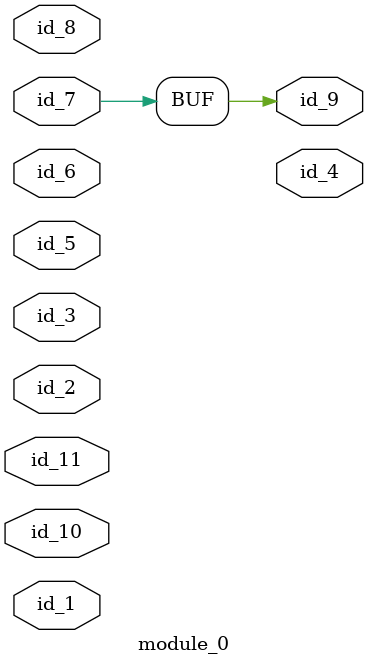
<source format=v>
module module_0 (
    id_1,
    id_2,
    id_3,
    id_4,
    id_5,
    id_6,
    id_7,
    id_8,
    id_9,
    id_10,
    id_11
);
  inout wire id_11;
  input wire id_10;
  output wire id_9;
  input wire id_8;
  input wire id_7;
  input wire id_6;
  input wire id_5;
  output wire id_4;
  input wire id_3;
  inout wire id_2;
  inout wire id_1;
  assign id_9 = id_7;
endmodule
module module_1 (
    output tri id_0,
    output tri id_1
);
  wire id_3;
  module_0 modCall_1 (
      id_3,
      id_3,
      id_3,
      id_3,
      id_3,
      id_3,
      id_3,
      id_3,
      id_3,
      id_3,
      id_3
  );
  parameter id_4 = 1;
  assign id_3 = (id_3 ? id_3 : id_3);
endmodule

</source>
